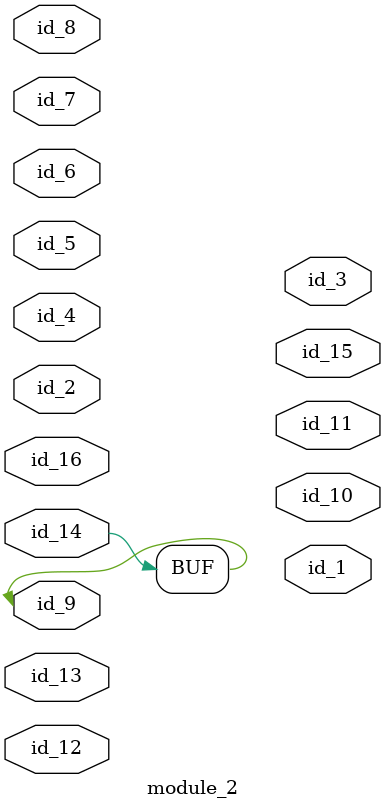
<source format=v>
module module_0;
  assign id_1 = 1;
  wire id_2, id_3;
endmodule
module module_1;
  assign id_1 = -1 < id_1;
  module_0 modCall_1 ();
  assign modCall_1.id_1 = 0;
  wire id_2, id_3;
  wire id_4;
endmodule
module module_2 (
    id_1,
    id_2,
    id_3,
    id_4,
    id_5,
    id_6,
    id_7,
    id_8,
    id_9,
    id_10,
    id_11,
    id_12,
    id_13,
    id_14,
    id_15,
    id_16
);
  inout wire id_16;
  output wire id_15;
  inout wire id_14;
  input wire id_13;
  inout wire id_12;
  output wire id_11;
  output wire id_10;
  inout wire id_9;
  input wire id_8;
  input wire id_7;
  inout wire id_6;
  input wire id_5;
  inout wire id_4;
  output wire id_3;
  input wire id_2;
  output wire id_1;
  assign id_14 = id_9;
  module_0 modCall_1 ();
endmodule

</source>
